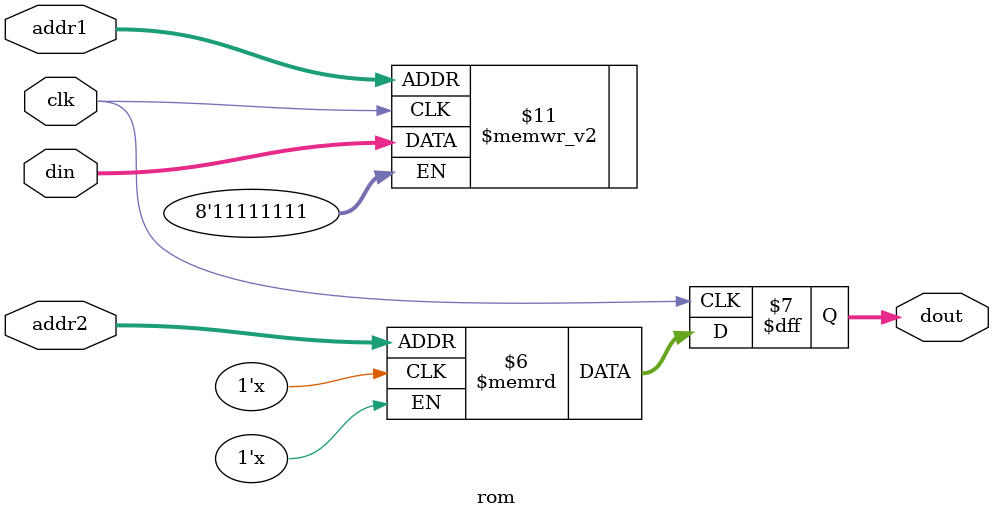
<source format=sv>
module rom #(
    parameter ADDRESS_WIDTH = 8,
              DATA_WIDTH    = 8
) (
    input logic clk,
    input logic [ADDRESS_WIDTH-1:0] addr1,
    input logic [ADDRESS_WIDTH-1:0] addr2,
    input logic [DATA_WIDTH-1:0] din,
    output logic [DATA_WIDTH-1:0] dout
);
    // 如何防止读时写或者写时读的冲突？
    logic [DATA_WIDTH-1:0] rom_array [2**ADDRESS_WIDTH-1:0];
    // Make it larger than 512*8, just have a try

    always_ff @(posedge clk) begin
        rom_array[addr1] <= din;
        dout <= rom_array[addr2];
    end

endmodule

</source>
